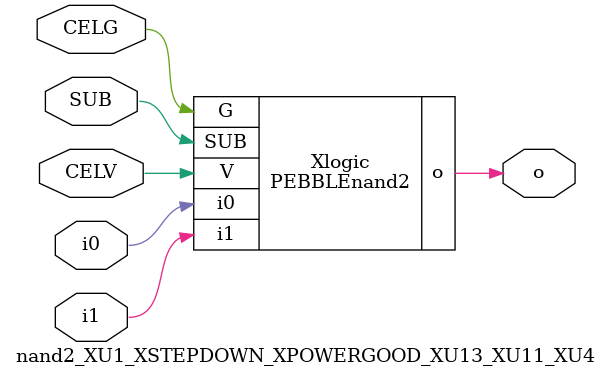
<source format=v>



module PEBBLEnand2 ( o, G, SUB, V, i0, i1 );

  input i0;
  input V;
  input i1;
  input G;
  output o;
  input SUB;
endmodule

//Celera Confidential Do Not Copy nand2_XU1_XSTEPDOWN_XPOWERGOOD_XU13_XU11_XU4
//Celera Confidential Symbol Generator
//5V NAND2
module nand2_XU1_XSTEPDOWN_XPOWERGOOD_XU13_XU11_XU4 (CELV,CELG,i0,i1,o,SUB);
input CELV;
input CELG;
input i0;
input i1;
input SUB;
output o;

//Celera Confidential Do Not Copy nand2
PEBBLEnand2 Xlogic(
.V (CELV),
.i0 (i0),
.i1 (i1),
.o (o),
.SUB (SUB),
.G (CELG)
);
//,diesize,PEBBLEnand2

//Celera Confidential Do Not Copy Module End
//Celera Schematic Generator
endmodule

</source>
